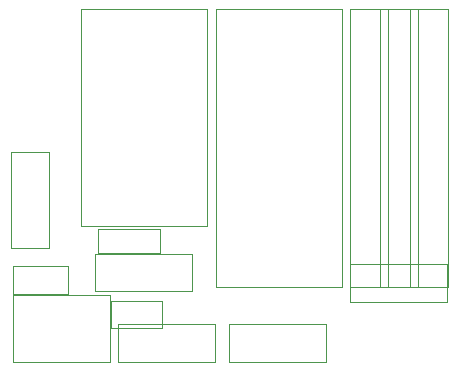
<source format=gbr>
G04 #@! TF.GenerationSoftware,KiCad,Pcbnew,(5.0.2)-1*
G04 #@! TF.CreationDate,2018-12-20T14:21:34+01:00*
G04 #@! TF.ProjectId,MutltiSwitch_Sw8,4d75746c-7469-4537-9769-7463685f5377,0.1*
G04 #@! TF.SameCoordinates,Original*
G04 #@! TF.FileFunction,Other,User*
%FSLAX46Y46*%
G04 Gerber Fmt 4.6, Leading zero omitted, Abs format (unit mm)*
G04 Created by KiCad (PCBNEW (5.0.2)-1) date 20/12/2018 14:21:34*
%MOMM*%
%LPD*%
G01*
G04 APERTURE LIST*
%ADD10C,0.050000*%
G04 APERTURE END LIST*
D10*
G04 #@! TO.C,P10*
X167945000Y-89840000D02*
X167945000Y-113340000D01*
X167945000Y-113340000D02*
X171145000Y-113340000D01*
X171145000Y-113340000D02*
X171145000Y-89840000D01*
X171145000Y-89840000D02*
X167945000Y-89840000D01*
G04 #@! TO.C,P7*
X165405000Y-89840000D02*
X165405000Y-113340000D01*
X165405000Y-113340000D02*
X168605000Y-113340000D01*
X168605000Y-113340000D02*
X168605000Y-89840000D01*
X168605000Y-89840000D02*
X165405000Y-89840000D01*
G04 #@! TO.C,IC1*
X140105000Y-89840000D02*
X140105000Y-108240000D01*
X140105000Y-108240000D02*
X150705000Y-108240000D01*
X150705000Y-108240000D02*
X150705000Y-89840000D01*
X150705000Y-89840000D02*
X140105000Y-89840000D01*
G04 #@! TO.C,P5*
X162865000Y-89840000D02*
X162865000Y-113340000D01*
X162865000Y-113340000D02*
X166065000Y-113340000D01*
X166065000Y-113340000D02*
X166065000Y-89840000D01*
X166065000Y-89840000D02*
X162865000Y-89840000D01*
G04 #@! TO.C,D1*
X141495000Y-110474000D02*
X141495000Y-108474000D01*
X141495000Y-108474000D02*
X146795000Y-108474000D01*
X146795000Y-108474000D02*
X146795000Y-110474000D01*
X146795000Y-110474000D02*
X141495000Y-110474000D01*
G04 #@! TO.C,IC2*
X151535000Y-89840000D02*
X151535000Y-113340000D01*
X151535000Y-113340000D02*
X162135000Y-113340000D01*
X162135000Y-113340000D02*
X162135000Y-89840000D01*
X162135000Y-89840000D02*
X151535000Y-89840000D01*
G04 #@! TO.C,P1*
X143180000Y-119710000D02*
X151380000Y-119710000D01*
X151380000Y-119710000D02*
X151380000Y-116510000D01*
X151380000Y-116510000D02*
X143180000Y-116510000D01*
X143180000Y-116510000D02*
X143180000Y-119710000D01*
G04 #@! TO.C,P2*
X134163000Y-101905000D02*
X134163000Y-110105000D01*
X134163000Y-110105000D02*
X137363000Y-110105000D01*
X137363000Y-110105000D02*
X137363000Y-101905000D01*
X137363000Y-101905000D02*
X134163000Y-101905000D01*
G04 #@! TO.C,P3*
X141275000Y-113741000D02*
X149475000Y-113741000D01*
X149475000Y-113741000D02*
X149475000Y-110541000D01*
X149475000Y-110541000D02*
X141275000Y-110541000D01*
X141275000Y-110541000D02*
X141275000Y-113741000D01*
G04 #@! TO.C,P4*
X162865000Y-114630000D02*
X171065000Y-114630000D01*
X171065000Y-114630000D02*
X171065000Y-111430000D01*
X171065000Y-111430000D02*
X162865000Y-111430000D01*
X162865000Y-111430000D02*
X162865000Y-114630000D01*
G04 #@! TO.C,D3*
X134302000Y-111626000D02*
X139002000Y-111626000D01*
X139002000Y-111626000D02*
X139002000Y-113926000D01*
X139002000Y-113926000D02*
X134302000Y-113926000D01*
X134302000Y-111626000D02*
X134302000Y-113926000D01*
G04 #@! TO.C,P8*
X152578000Y-119710000D02*
X160778000Y-119710000D01*
X160778000Y-119710000D02*
X160778000Y-116510000D01*
X160778000Y-116510000D02*
X152578000Y-116510000D01*
X152578000Y-116510000D02*
X152578000Y-119710000D01*
G04 #@! TO.C,R4*
X146930000Y-116807000D02*
X142630000Y-116807000D01*
X146930000Y-116807000D02*
X146930000Y-114597000D01*
X142630000Y-114597000D02*
X142630000Y-116807000D01*
X142630000Y-114597000D02*
X146930000Y-114597000D01*
G04 #@! TO.C,P9*
X134290000Y-119710000D02*
X142490000Y-119710000D01*
X142490000Y-119710000D02*
X142490000Y-114010000D01*
X142490000Y-114010000D02*
X134290000Y-114010000D01*
X134290000Y-114010000D02*
X134290000Y-119710000D01*
G04 #@! TD*
M02*

</source>
